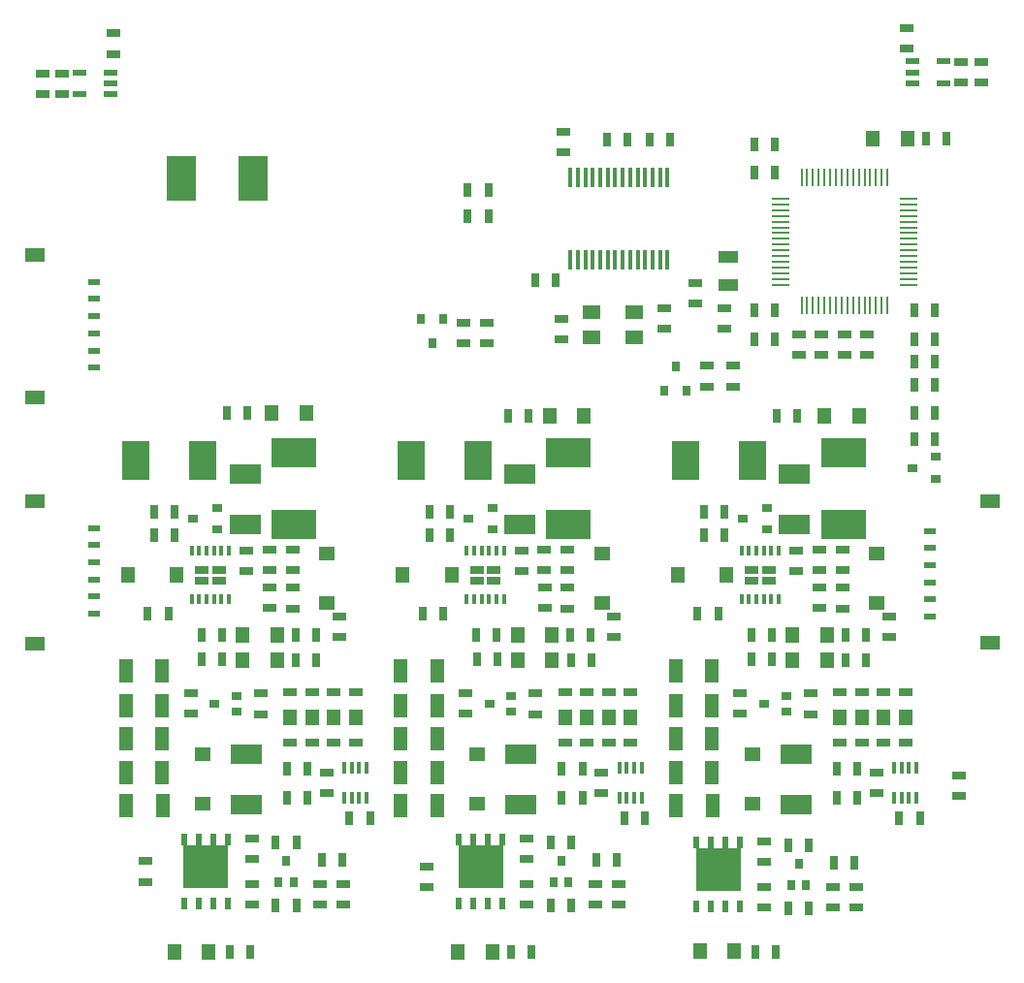
<source format=gtp>
G75*
%MOIN*%
%OFA0B0*%
%FSLAX25Y25*%
%IPPOS*%
%LPD*%
%AMOC8*
5,1,8,0,0,1.08239X$1,22.5*
%
%ADD10R,0.04724X0.03150*%
%ADD11R,0.03150X0.04724*%
%ADD12R,0.02756X0.03543*%
%ADD13R,0.02402X0.04016*%
%ADD14R,0.15394X0.15000*%
%ADD15R,0.04724X0.07874*%
%ADD16R,0.15748X0.09843*%
%ADD17R,0.03543X0.03150*%
%ADD18R,0.04724X0.05512*%
%ADD19R,0.03543X0.02756*%
%ADD20R,0.10630X0.07087*%
%ADD21R,0.09500X0.13500*%
%ADD22R,0.05000X0.05787*%
%ADD23R,0.05787X0.05000*%
%ADD24R,0.01654X0.03500*%
%ADD25R,0.05100X0.02806*%
%ADD26R,0.05000X0.02806*%
%ADD27R,0.01772X0.03937*%
%ADD28R,0.03937X0.02362*%
%ADD29R,0.07087X0.04921*%
%ADD30R,0.00984X0.06102*%
%ADD31R,0.06102X0.00984*%
%ADD32R,0.01575X0.06890*%
%ADD33R,0.07087X0.03937*%
%ADD34R,0.06299X0.04921*%
%ADD35R,0.03937X0.00984*%
%ADD36R,0.00984X0.03937*%
%ADD37R,0.04724X0.02362*%
%ADD38R,0.09843X0.15748*%
%ADD39R,0.03150X0.03543*%
D10*
X0076803Y0045701D03*
X0076803Y0052787D03*
X0113220Y0053575D03*
X0113220Y0060661D03*
X0113220Y0044913D03*
X0113220Y0037827D03*
X0136843Y0037827D03*
X0136843Y0044913D03*
X0144717Y0044913D03*
X0144717Y0037827D03*
X0173260Y0043732D03*
X0173260Y0050819D03*
X0207709Y0053575D03*
X0207709Y0060661D03*
X0207709Y0044913D03*
X0207709Y0037827D03*
X0231331Y0037827D03*
X0231331Y0044913D03*
X0239205Y0044913D03*
X0239205Y0037827D03*
X0233378Y0076134D03*
X0233378Y0083220D03*
X0235878Y0093634D03*
X0235878Y0100720D03*
X0235878Y0103634D03*
X0235878Y0110720D03*
X0243378Y0110720D03*
X0243378Y0103634D03*
X0243378Y0100720D03*
X0243378Y0093634D03*
X0228378Y0093634D03*
X0220878Y0093634D03*
X0220878Y0100720D03*
X0220878Y0103634D03*
X0228378Y0103634D03*
X0228378Y0100720D03*
X0228378Y0110720D03*
X0220878Y0110720D03*
X0210819Y0110465D03*
X0210819Y0103378D03*
X0186685Y0103496D03*
X0186685Y0110583D03*
X0213941Y0139874D03*
X0213941Y0146961D03*
X0213713Y0152799D03*
X0213713Y0159886D03*
X0205890Y0159709D03*
X0205890Y0152622D03*
X0221823Y0152799D03*
X0221815Y0146764D03*
X0221815Y0139677D03*
X0237709Y0136961D03*
X0237709Y0129874D03*
X0221823Y0159886D03*
X0269717Y0215976D03*
X0269717Y0223063D03*
X0278575Y0223063D03*
X0278575Y0215976D03*
X0275622Y0235740D03*
X0275622Y0242827D03*
X0265780Y0244598D03*
X0265780Y0251685D03*
X0254953Y0242827D03*
X0254953Y0235740D03*
X0219520Y0239224D03*
X0219520Y0232138D03*
X0193929Y0230740D03*
X0193929Y0237827D03*
X0186055Y0237827D03*
X0186055Y0230740D03*
X0220504Y0296606D03*
X0220504Y0303693D03*
X0301213Y0233890D03*
X0301213Y0226803D03*
X0309087Y0226803D03*
X0309087Y0233890D03*
X0316961Y0233890D03*
X0316961Y0226803D03*
X0324835Y0226803D03*
X0324835Y0233890D03*
X0316311Y0159886D03*
X0316311Y0152799D03*
X0316303Y0146764D03*
X0316303Y0139677D03*
X0308429Y0139874D03*
X0308429Y0146961D03*
X0308201Y0152799D03*
X0308201Y0159886D03*
X0300378Y0159709D03*
X0300378Y0152622D03*
X0332197Y0136961D03*
X0332197Y0129874D03*
X0330366Y0110720D03*
X0330366Y0103634D03*
X0330366Y0100720D03*
X0330366Y0093634D03*
X0322866Y0093634D03*
X0315366Y0093634D03*
X0315366Y0100720D03*
X0315366Y0103634D03*
X0322866Y0103634D03*
X0322866Y0100720D03*
X0322866Y0110720D03*
X0315366Y0110720D03*
X0305307Y0110465D03*
X0305307Y0103378D03*
X0281173Y0103496D03*
X0281173Y0110583D03*
X0327866Y0083220D03*
X0327866Y0076134D03*
X0337866Y0093634D03*
X0337866Y0100720D03*
X0337866Y0103634D03*
X0337866Y0110720D03*
X0356331Y0082315D03*
X0356331Y0075228D03*
X0320898Y0043929D03*
X0320898Y0036843D03*
X0313024Y0036843D03*
X0313024Y0043929D03*
X0289402Y0043929D03*
X0289402Y0036843D03*
X0289402Y0052591D03*
X0289402Y0059677D03*
X0148890Y0093634D03*
X0148890Y0100720D03*
X0148890Y0103634D03*
X0148890Y0110720D03*
X0141390Y0110720D03*
X0133890Y0110720D03*
X0133890Y0103634D03*
X0133890Y0100720D03*
X0141390Y0100720D03*
X0141390Y0103634D03*
X0141390Y0093634D03*
X0133890Y0093634D03*
X0126390Y0093634D03*
X0126390Y0100720D03*
X0126390Y0103634D03*
X0126390Y0110720D03*
X0116331Y0110465D03*
X0116331Y0103378D03*
X0092197Y0103496D03*
X0092197Y0110583D03*
X0119453Y0139874D03*
X0119453Y0146961D03*
X0119224Y0152799D03*
X0119224Y0159886D03*
X0111402Y0159709D03*
X0111402Y0152622D03*
X0127335Y0152799D03*
X0127327Y0146764D03*
X0127327Y0139677D03*
X0143220Y0136961D03*
X0143220Y0129874D03*
X0127335Y0159886D03*
X0138890Y0083220D03*
X0138890Y0076134D03*
X0048093Y0316577D03*
X0048093Y0323663D03*
X0041343Y0323663D03*
X0041343Y0316577D03*
X0065593Y0330327D03*
X0065593Y0337413D03*
X0338352Y0339272D03*
X0338352Y0332185D03*
X0357102Y0327522D03*
X0357102Y0320435D03*
X0363852Y0320435D03*
X0363852Y0327522D03*
D11*
X0352000Y0301213D03*
X0344913Y0301213D03*
X0293024Y0299244D03*
X0285937Y0299244D03*
X0285937Y0289402D03*
X0293024Y0289402D03*
X0256941Y0300720D03*
X0249854Y0300720D03*
X0242335Y0300720D03*
X0235248Y0300720D03*
X0194520Y0283496D03*
X0187433Y0283496D03*
X0187433Y0274638D03*
X0194520Y0274638D03*
X0210642Y0252492D03*
X0217728Y0252492D03*
X0208299Y0205740D03*
X0201213Y0205740D03*
X0181283Y0172846D03*
X0174197Y0172846D03*
X0174197Y0164953D03*
X0181283Y0164953D03*
X0179047Y0137945D03*
X0171961Y0137945D03*
X0190425Y0130583D03*
X0197512Y0130583D03*
X0197630Y0122118D03*
X0190543Y0122118D03*
X0222906Y0121961D03*
X0229992Y0121961D03*
X0229795Y0130701D03*
X0222709Y0130701D03*
X0266449Y0137945D03*
X0273535Y0137945D03*
X0284913Y0130583D03*
X0292000Y0130583D03*
X0292118Y0122118D03*
X0285031Y0122118D03*
X0317394Y0121961D03*
X0324480Y0121961D03*
X0324283Y0130701D03*
X0317197Y0130701D03*
X0275772Y0164953D03*
X0268685Y0164953D03*
X0268685Y0172846D03*
X0275772Y0172846D03*
X0293732Y0205740D03*
X0300819Y0205740D03*
X0293024Y0232315D03*
X0285937Y0232315D03*
X0285937Y0242157D03*
X0293024Y0242157D03*
X0340898Y0242157D03*
X0347984Y0242157D03*
X0347984Y0232315D03*
X0340898Y0232315D03*
X0340976Y0224441D03*
X0348063Y0224441D03*
X0348063Y0216567D03*
X0340976Y0216567D03*
X0340976Y0206724D03*
X0348063Y0206724D03*
X0348063Y0197866D03*
X0340976Y0197866D03*
X0321409Y0084677D03*
X0314323Y0084677D03*
X0314323Y0074677D03*
X0321409Y0074677D03*
X0335823Y0067677D03*
X0342909Y0067677D03*
X0320504Y0052197D03*
X0313417Y0052197D03*
X0304756Y0058102D03*
X0297669Y0058102D03*
X0297669Y0036449D03*
X0304756Y0036449D03*
X0293378Y0021528D03*
X0286291Y0021528D03*
X0238811Y0053181D03*
X0231724Y0053181D03*
X0223063Y0059087D03*
X0215976Y0059087D03*
X0219835Y0074677D03*
X0226921Y0074677D03*
X0226921Y0084677D03*
X0219835Y0084677D03*
X0241335Y0067677D03*
X0248421Y0067677D03*
X0223063Y0037433D03*
X0215976Y0037433D03*
X0209283Y0021685D03*
X0202197Y0021685D03*
X0153933Y0067677D03*
X0146846Y0067677D03*
X0144323Y0053181D03*
X0137236Y0053181D03*
X0128575Y0059087D03*
X0121488Y0059087D03*
X0125346Y0074677D03*
X0132433Y0074677D03*
X0132433Y0084677D03*
X0125346Y0084677D03*
X0128417Y0121961D03*
X0135504Y0121961D03*
X0135307Y0130701D03*
X0128220Y0130701D03*
X0103024Y0130583D03*
X0095937Y0130583D03*
X0096055Y0122118D03*
X0103142Y0122118D03*
X0084559Y0137945D03*
X0077472Y0137945D03*
X0079709Y0164953D03*
X0086795Y0164953D03*
X0086795Y0172846D03*
X0079709Y0172846D03*
X0104756Y0206724D03*
X0111843Y0206724D03*
X0121488Y0037433D03*
X0128575Y0037433D03*
X0112827Y0021685D03*
X0105740Y0021685D03*
D12*
X0122472Y0045504D03*
X0127591Y0045504D03*
X0125031Y0052984D03*
X0216961Y0045504D03*
X0222079Y0045504D03*
X0219520Y0052984D03*
X0298654Y0044520D03*
X0303772Y0044520D03*
X0301213Y0052000D03*
D13*
X0281154Y0059264D03*
X0276154Y0059264D03*
X0271154Y0059264D03*
X0266154Y0059264D03*
X0266154Y0037256D03*
X0271154Y0037256D03*
X0276154Y0037256D03*
X0281154Y0037256D03*
X0199461Y0038240D03*
X0194461Y0038240D03*
X0189461Y0038240D03*
X0184461Y0038240D03*
X0184461Y0060248D03*
X0189461Y0060248D03*
X0194461Y0060248D03*
X0199461Y0060248D03*
X0104972Y0060248D03*
X0099972Y0060248D03*
X0094972Y0060248D03*
X0089972Y0060248D03*
X0089972Y0038240D03*
X0094972Y0038240D03*
X0099972Y0038240D03*
X0104972Y0038240D03*
D14*
X0097472Y0050976D03*
X0191961Y0050976D03*
X0273654Y0049992D03*
D15*
X0069992Y0071921D03*
X0069874Y0083260D03*
X0069874Y0094835D03*
X0069874Y0106291D03*
X0069913Y0118063D03*
X0082512Y0118063D03*
X0082472Y0106291D03*
X0082472Y0094835D03*
X0082472Y0083260D03*
X0082591Y0071921D03*
X0164480Y0071921D03*
X0164362Y0083260D03*
X0164362Y0094835D03*
X0164362Y0106291D03*
X0164402Y0118063D03*
X0177000Y0118063D03*
X0176961Y0106291D03*
X0176961Y0094835D03*
X0176961Y0083260D03*
X0177079Y0071921D03*
X0258969Y0071921D03*
X0258850Y0083260D03*
X0258850Y0094835D03*
X0258850Y0106291D03*
X0258890Y0118063D03*
X0271488Y0118063D03*
X0271449Y0106291D03*
X0271449Y0094835D03*
X0271449Y0083260D03*
X0271567Y0071921D03*
D16*
X0316567Y0168535D03*
X0316567Y0193339D03*
X0222079Y0193339D03*
X0222079Y0168535D03*
X0127591Y0168535D03*
X0127591Y0193339D03*
D17*
X0101382Y0174362D03*
X0101382Y0166882D03*
X0093114Y0170622D03*
X0187602Y0170622D03*
X0195870Y0166882D03*
X0195870Y0174362D03*
X0282091Y0170622D03*
X0290358Y0166882D03*
X0290358Y0174362D03*
X0340189Y0188024D03*
X0348457Y0191764D03*
X0348457Y0184283D03*
D18*
X0321882Y0205740D03*
X0310071Y0205740D03*
X0310937Y0130661D03*
X0310937Y0121803D03*
X0299126Y0121803D03*
X0299126Y0130661D03*
X0227394Y0205740D03*
X0215583Y0205740D03*
X0216449Y0130661D03*
X0216449Y0121803D03*
X0204638Y0121803D03*
X0204638Y0130661D03*
X0131921Y0206724D03*
X0120110Y0206724D03*
X0121961Y0130661D03*
X0121961Y0121803D03*
X0110150Y0121803D03*
X0110150Y0130661D03*
X0098457Y0021685D03*
X0086646Y0021685D03*
X0184087Y0021685D03*
X0195898Y0021685D03*
X0267197Y0021843D03*
X0279008Y0021843D03*
X0326803Y0301213D03*
X0338614Y0301213D03*
D19*
X0296866Y0109413D03*
X0296866Y0104295D03*
X0289386Y0106854D03*
X0202378Y0104295D03*
X0202378Y0109413D03*
X0194898Y0106854D03*
X0107890Y0104295D03*
X0107890Y0109413D03*
X0100409Y0106854D03*
D20*
X0111252Y0089402D03*
X0111252Y0072079D03*
X0205740Y0072079D03*
X0205740Y0089402D03*
X0205346Y0168535D03*
X0205346Y0185858D03*
X0110858Y0185858D03*
X0110858Y0168535D03*
X0299835Y0168535D03*
X0299835Y0185858D03*
X0300228Y0089402D03*
X0300228Y0072079D03*
D21*
X0285484Y0190634D03*
X0262484Y0190634D03*
X0190996Y0190634D03*
X0167996Y0190634D03*
X0096508Y0190634D03*
X0073508Y0190634D03*
D22*
X0070543Y0151134D03*
X0087472Y0151134D03*
X0165031Y0151134D03*
X0181961Y0151134D03*
X0259520Y0151134D03*
X0276449Y0151134D03*
D23*
X0233535Y0158496D03*
X0233535Y0141567D03*
X0190701Y0089480D03*
X0190701Y0072551D03*
X0139047Y0141567D03*
X0139047Y0158496D03*
X0096213Y0089480D03*
X0096213Y0072551D03*
X0285189Y0072551D03*
X0285189Y0089480D03*
X0328024Y0141567D03*
X0328024Y0158496D03*
D24*
X0294382Y0159402D03*
X0291823Y0159402D03*
X0289264Y0159402D03*
X0286705Y0159402D03*
X0284146Y0159402D03*
X0281587Y0159402D03*
X0281587Y0142866D03*
X0284146Y0142866D03*
X0286705Y0142866D03*
X0289264Y0142866D03*
X0291823Y0142866D03*
X0294382Y0142866D03*
X0199894Y0142866D03*
X0197335Y0142866D03*
X0194776Y0142866D03*
X0192217Y0142866D03*
X0189657Y0142866D03*
X0187098Y0142866D03*
X0187098Y0159402D03*
X0189657Y0159402D03*
X0192217Y0159402D03*
X0194776Y0159402D03*
X0197335Y0159402D03*
X0199894Y0159402D03*
X0105406Y0159402D03*
X0102846Y0159402D03*
X0100287Y0159402D03*
X0097728Y0159402D03*
X0095169Y0159402D03*
X0092610Y0159402D03*
X0092610Y0142866D03*
X0095169Y0142866D03*
X0097728Y0142866D03*
X0100287Y0142866D03*
X0102846Y0142866D03*
X0105406Y0142866D03*
D25*
X0101958Y0152931D03*
X0096058Y0152931D03*
X0096058Y0149337D03*
X0190546Y0149337D03*
X0190546Y0152931D03*
X0196446Y0152931D03*
X0285034Y0152931D03*
X0285034Y0149337D03*
X0290934Y0152931D03*
D26*
X0290984Y0149337D03*
X0196496Y0149337D03*
X0102008Y0149337D03*
D27*
X0145051Y0084795D03*
X0147610Y0084795D03*
X0150169Y0084795D03*
X0152728Y0084795D03*
X0152728Y0074559D03*
X0150169Y0074559D03*
X0147610Y0074559D03*
X0145051Y0074559D03*
X0239539Y0074559D03*
X0242098Y0074559D03*
X0244657Y0074559D03*
X0247217Y0074559D03*
X0247217Y0084795D03*
X0244657Y0084795D03*
X0242098Y0084795D03*
X0239539Y0084795D03*
X0334028Y0084795D03*
X0336587Y0084795D03*
X0339146Y0084795D03*
X0341705Y0084795D03*
X0341705Y0074559D03*
X0339146Y0074559D03*
X0336587Y0074559D03*
X0334028Y0074559D03*
D28*
X0346488Y0136843D03*
X0346488Y0142748D03*
X0346488Y0148654D03*
X0346488Y0154559D03*
X0346488Y0160465D03*
X0346488Y0166370D03*
X0059087Y0167354D03*
X0059087Y0161449D03*
X0059087Y0155543D03*
X0059087Y0149638D03*
X0059087Y0143732D03*
X0059087Y0137827D03*
X0059087Y0222472D03*
X0059087Y0228378D03*
X0059087Y0234283D03*
X0059087Y0240189D03*
X0059087Y0246094D03*
X0059087Y0252000D03*
D29*
X0038614Y0261075D03*
X0038614Y0212217D03*
X0038614Y0176429D03*
X0038614Y0127571D03*
X0366961Y0127768D03*
X0366961Y0176626D03*
D30*
X0331724Y0243732D03*
X0329756Y0243732D03*
X0327787Y0243732D03*
X0325819Y0243732D03*
X0323850Y0243732D03*
X0321882Y0243732D03*
X0319913Y0243732D03*
X0317945Y0243732D03*
X0315976Y0243732D03*
X0314008Y0243732D03*
X0312039Y0243732D03*
X0310071Y0243732D03*
X0308102Y0243732D03*
X0306134Y0243732D03*
X0304165Y0243732D03*
X0302197Y0243732D03*
X0302197Y0287827D03*
X0304165Y0287827D03*
X0306134Y0287827D03*
X0308102Y0287827D03*
X0310071Y0287827D03*
X0312039Y0287827D03*
X0314008Y0287827D03*
X0315976Y0287827D03*
X0317945Y0287827D03*
X0319913Y0287827D03*
X0321882Y0287827D03*
X0323850Y0287827D03*
X0325819Y0287827D03*
X0327787Y0287827D03*
X0329756Y0287827D03*
X0331724Y0287827D03*
D31*
X0339008Y0280543D03*
X0339008Y0278575D03*
X0339008Y0276606D03*
X0339008Y0274638D03*
X0339008Y0272669D03*
X0339008Y0270701D03*
X0339008Y0268732D03*
X0339008Y0266764D03*
X0339008Y0264795D03*
X0339008Y0262827D03*
X0339008Y0260858D03*
X0339008Y0258890D03*
X0339008Y0256921D03*
X0339008Y0254953D03*
X0339008Y0252984D03*
X0339008Y0251016D03*
X0294913Y0251016D03*
X0294913Y0252984D03*
X0294913Y0254953D03*
X0294913Y0256921D03*
X0294913Y0258890D03*
X0294913Y0260858D03*
X0294913Y0262827D03*
X0294913Y0264795D03*
X0294913Y0266764D03*
X0294913Y0268732D03*
X0294913Y0270701D03*
X0294913Y0272669D03*
X0294913Y0274638D03*
X0294913Y0276606D03*
X0294913Y0278575D03*
X0294913Y0280543D03*
D32*
X0256094Y0287827D03*
X0253535Y0287827D03*
X0250976Y0287827D03*
X0248417Y0287827D03*
X0245858Y0287827D03*
X0243299Y0287827D03*
X0240740Y0287827D03*
X0238181Y0287827D03*
X0235622Y0287827D03*
X0233063Y0287827D03*
X0230504Y0287827D03*
X0227945Y0287827D03*
X0225386Y0287827D03*
X0222827Y0287827D03*
X0222827Y0259480D03*
X0225386Y0259480D03*
X0227945Y0259480D03*
X0230504Y0259480D03*
X0233063Y0259480D03*
X0235622Y0259480D03*
X0238181Y0259480D03*
X0240740Y0259480D03*
X0243299Y0259480D03*
X0245858Y0259480D03*
X0248417Y0259480D03*
X0250976Y0259480D03*
X0253535Y0259480D03*
X0256094Y0259480D03*
D33*
X0276961Y0260701D03*
X0276961Y0250858D03*
D34*
X0244598Y0241646D03*
X0244598Y0232984D03*
X0230031Y0232984D03*
X0230031Y0241646D03*
D35*
X0220504Y0295898D03*
D36*
X0242650Y0300720D03*
X0218043Y0252492D03*
X0293716Y0232384D03*
X0340435Y0232184D03*
X0293794Y0299249D03*
D37*
X0340287Y0320238D03*
X0340287Y0323978D03*
X0340287Y0327719D03*
X0350917Y0327719D03*
X0350917Y0320238D03*
X0064657Y0320120D03*
X0064657Y0316380D03*
X0064657Y0323860D03*
X0054028Y0323860D03*
X0054028Y0316380D03*
D38*
X0089008Y0287433D03*
X0113811Y0287433D03*
D39*
X0171488Y0239205D03*
X0178969Y0239205D03*
X0175228Y0230937D03*
X0255150Y0214598D03*
X0262630Y0214598D03*
X0258890Y0222866D03*
M02*

</source>
